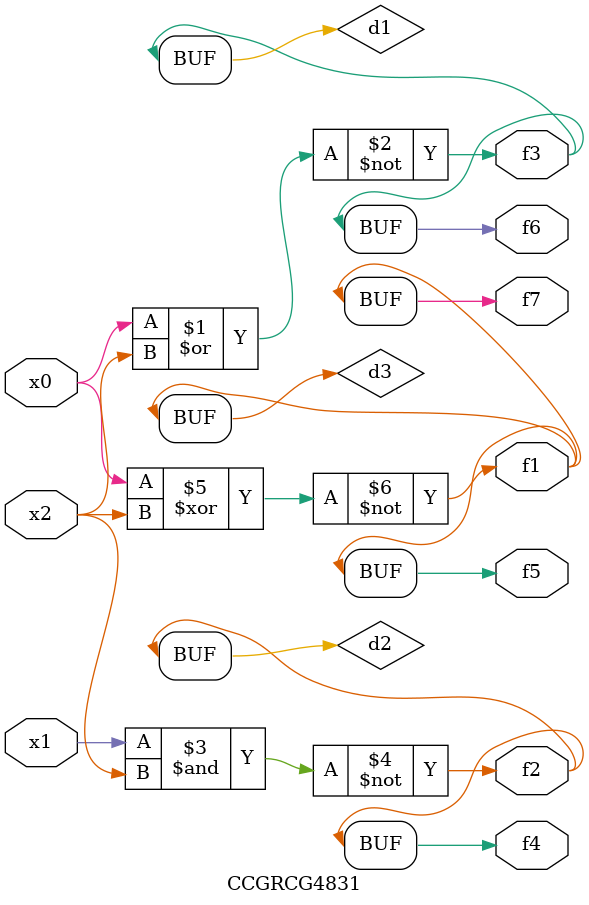
<source format=v>
module CCGRCG4831(
	input x0, x1, x2,
	output f1, f2, f3, f4, f5, f6, f7
);

	wire d1, d2, d3;

	nor (d1, x0, x2);
	nand (d2, x1, x2);
	xnor (d3, x0, x2);
	assign f1 = d3;
	assign f2 = d2;
	assign f3 = d1;
	assign f4 = d2;
	assign f5 = d3;
	assign f6 = d1;
	assign f7 = d3;
endmodule

</source>
